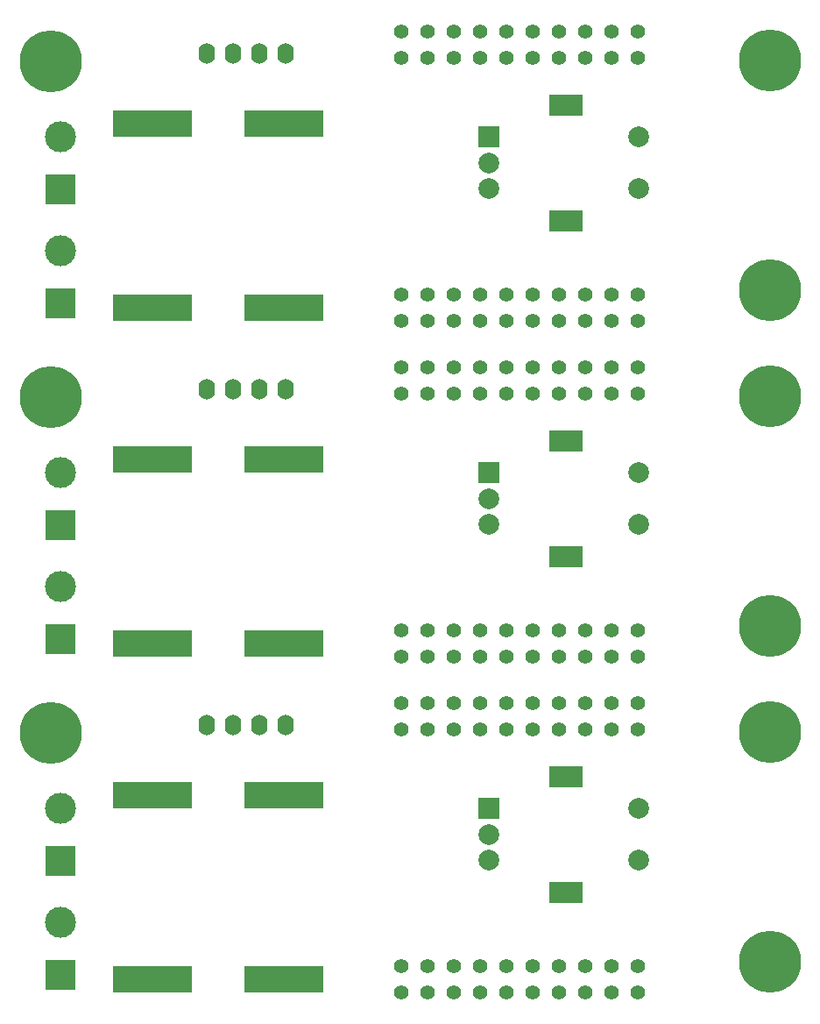
<source format=gbs>
G04 #@! TF.GenerationSoftware,KiCad,Pcbnew,7.0.9-7.0.9~ubuntu22.04.1*
G04 #@! TF.CreationDate,2023-12-17T14:41:55+07:00*
G04 #@! TF.ProjectId,final-production,66696e61-6c2d-4707-926f-64756374696f,rev?*
G04 #@! TF.SameCoordinates,Original*
G04 #@! TF.FileFunction,Soldermask,Bot*
G04 #@! TF.FilePolarity,Negative*
%FSLAX46Y46*%
G04 Gerber Fmt 4.6, Leading zero omitted, Abs format (unit mm)*
G04 Created by KiCad (PCBNEW 7.0.9-7.0.9~ubuntu22.04.1) date 2023-12-17 14:41:55*
%MOMM*%
%LPD*%
G01*
G04 APERTURE LIST*
%ADD10R,2.000000X2.000000*%
%ADD11C,2.000000*%
%ADD12R,3.200000X2.000000*%
%ADD13O,1.600000X2.000000*%
%ADD14C,0.800000*%
%ADD15C,6.000000*%
%ADD16R,3.000000X3.000000*%
%ADD17C,3.000000*%
%ADD18C,1.400000*%
%ADD19R,7.620000X2.540000*%
G04 APERTURE END LIST*
D10*
G04 #@! TO.C,SW1*
X46562402Y-71160000D03*
D11*
X46562402Y-76160000D03*
X46562402Y-73660000D03*
D12*
X54062402Y-68060000D03*
X54062402Y-79260000D03*
D11*
X61062402Y-76160000D03*
X61062402Y-71160000D03*
G04 #@! TD*
D13*
G04 #@! TO.C,M2*
X19308040Y-63071633D03*
X21848040Y-63071633D03*
X24388040Y-63071633D03*
X26928040Y-63071633D03*
G04 #@! TD*
D14*
G04 #@! TO.C,H2*
X71512402Y-96218166D03*
X72171412Y-94627176D03*
X72171412Y-97809156D03*
X73762402Y-93968166D03*
D15*
X73762402Y-96218166D03*
D14*
X73762402Y-98468166D03*
X75353392Y-94627176D03*
X75353392Y-97809156D03*
X76012402Y-96218166D03*
G04 #@! TD*
G04 #@! TO.C,H1*
X1983392Y-96249156D03*
X2642402Y-94658166D03*
X2642402Y-97840146D03*
X4233392Y-93999156D03*
D15*
X4233392Y-96249156D03*
D14*
X4233392Y-98499156D03*
X5824382Y-94658166D03*
X5824382Y-97840146D03*
X6483392Y-96249156D03*
G04 #@! TD*
D10*
G04 #@! TO.C,SW1*
X46562402Y-103588166D03*
D11*
X46562402Y-108588166D03*
X46562402Y-106088166D03*
D12*
X54062402Y-100488166D03*
X54062402Y-111688166D03*
D11*
X61062402Y-108588166D03*
X61062402Y-103588166D03*
G04 #@! TD*
D14*
G04 #@! TO.C,H2*
X71512402Y-31361834D03*
X72171412Y-29770844D03*
X72171412Y-32952824D03*
X73762402Y-29111834D03*
D15*
X73762402Y-31361834D03*
D14*
X73762402Y-33611834D03*
X75353392Y-29770844D03*
X75353392Y-32952824D03*
X76012402Y-31361834D03*
G04 #@! TD*
G04 #@! TO.C,H3*
X71512402Y-85934164D03*
X72171412Y-84343174D03*
X72171412Y-87525154D03*
X73762402Y-83684164D03*
D15*
X73762402Y-85934164D03*
D14*
X73762402Y-88184164D03*
X75353392Y-84343174D03*
X75353392Y-87525154D03*
X76012402Y-85934164D03*
G04 #@! TD*
G04 #@! TO.C,H3*
X71512402Y-53505998D03*
X72171412Y-51915008D03*
X72171412Y-55096988D03*
X73762402Y-51255998D03*
D15*
X73762402Y-53505998D03*
D14*
X73762402Y-55755998D03*
X75353392Y-51915008D03*
X75353392Y-55096988D03*
X76012402Y-53505998D03*
G04 #@! TD*
D13*
G04 #@! TO.C,M2*
X19308040Y-30643467D03*
X21848040Y-30643467D03*
X24388040Y-30643467D03*
X26928040Y-30643467D03*
G04 #@! TD*
D10*
G04 #@! TO.C,SW1*
X46562402Y-38731834D03*
D11*
X46562402Y-43731834D03*
X46562402Y-41231834D03*
D12*
X54062402Y-35631834D03*
X54062402Y-46831834D03*
D11*
X61062402Y-43731834D03*
X61062402Y-38731834D03*
G04 #@! TD*
D13*
G04 #@! TO.C,M2*
X19308040Y-95499799D03*
X21848040Y-95499799D03*
X24388040Y-95499799D03*
X26928040Y-95499799D03*
G04 #@! TD*
D14*
G04 #@! TO.C,H3*
X71512402Y-118362330D03*
X72171412Y-116771340D03*
X72171412Y-119953320D03*
X73762402Y-116112330D03*
D15*
X73762402Y-118362330D03*
D14*
X73762402Y-120612330D03*
X75353392Y-116771340D03*
X75353392Y-119953320D03*
X76012402Y-118362330D03*
G04 #@! TD*
G04 #@! TO.C,H2*
X71512402Y-63790000D03*
X72171412Y-62199010D03*
X72171412Y-65380990D03*
X73762402Y-61540000D03*
D15*
X73762402Y-63790000D03*
D14*
X73762402Y-66040000D03*
X75353392Y-62199010D03*
X75353392Y-65380990D03*
X76012402Y-63790000D03*
G04 #@! TD*
G04 #@! TO.C,H1*
X1983392Y-63820990D03*
X2642402Y-62230000D03*
X2642402Y-65411980D03*
X4233392Y-61570990D03*
D15*
X4233392Y-63820990D03*
D14*
X4233392Y-66070990D03*
X5824382Y-62230000D03*
X5824382Y-65411980D03*
X6483392Y-63820990D03*
G04 #@! TD*
G04 #@! TO.C,H1*
X1983392Y-31392824D03*
X2642402Y-29801834D03*
X2642402Y-32983814D03*
X4233392Y-29142824D03*
D15*
X4233392Y-31392824D03*
D14*
X4233392Y-33642824D03*
X5824382Y-29801834D03*
X5824382Y-32983814D03*
X6483392Y-31392824D03*
G04 #@! TD*
D16*
G04 #@! TO.C,J1*
X5182402Y-108628166D03*
D17*
X5182402Y-103548166D03*
G04 #@! TD*
D16*
G04 #@! TO.C,J1*
X5182402Y-43771834D03*
D17*
X5182402Y-38691834D03*
G04 #@! TD*
D18*
G04 #@! TO.C,U1*
X60960000Y-56471834D03*
X60960000Y-53931834D03*
X58420000Y-56471834D03*
X58420000Y-53931834D03*
X55880000Y-56471834D03*
X55880000Y-53931834D03*
X53340000Y-56471834D03*
X53340000Y-53931834D03*
X50800000Y-56471834D03*
X50800000Y-53931834D03*
X48260000Y-56471834D03*
X48260000Y-53931834D03*
X45720000Y-56471834D03*
X45720000Y-53931834D03*
X43180000Y-56471834D03*
X43180000Y-53931834D03*
X40640000Y-56471834D03*
X40640000Y-53931834D03*
X38100000Y-56471834D03*
X38100000Y-53931834D03*
X60960000Y-31071834D03*
X60960000Y-28531834D03*
X58420000Y-31071834D03*
X58420000Y-28531834D03*
X55880000Y-31071834D03*
X55880000Y-28531834D03*
X53340000Y-31071834D03*
X53340000Y-28531834D03*
X50800000Y-31071834D03*
X50800000Y-28531834D03*
X48260000Y-31071834D03*
X48260000Y-28531834D03*
X45720000Y-31071834D03*
X45720000Y-28531834D03*
X43180000Y-31071834D03*
X43180000Y-28531834D03*
X40640000Y-31071834D03*
X40640000Y-28531834D03*
X38100000Y-31071834D03*
X38100000Y-28531834D03*
G04 #@! TD*
D19*
G04 #@! TO.C,M1*
X14072402Y-120058166D03*
X26772402Y-120058166D03*
X14072402Y-102278166D03*
X26772402Y-102278166D03*
G04 #@! TD*
D16*
G04 #@! TO.C,J6*
X5182402Y-54784568D03*
D17*
X5182402Y-49704568D03*
G04 #@! TD*
D18*
G04 #@! TO.C,U1*
X60960000Y-88900000D03*
X60960000Y-86360000D03*
X58420000Y-88900000D03*
X58420000Y-86360000D03*
X55880000Y-88900000D03*
X55880000Y-86360000D03*
X53340000Y-88900000D03*
X53340000Y-86360000D03*
X50800000Y-88900000D03*
X50800000Y-86360000D03*
X48260000Y-88900000D03*
X48260000Y-86360000D03*
X45720000Y-88900000D03*
X45720000Y-86360000D03*
X43180000Y-88900000D03*
X43180000Y-86360000D03*
X40640000Y-88900000D03*
X40640000Y-86360000D03*
X38100000Y-88900000D03*
X38100000Y-86360000D03*
X60960000Y-63500000D03*
X60960000Y-60960000D03*
X58420000Y-63500000D03*
X58420000Y-60960000D03*
X55880000Y-63500000D03*
X55880000Y-60960000D03*
X53340000Y-63500000D03*
X53340000Y-60960000D03*
X50800000Y-63500000D03*
X50800000Y-60960000D03*
X48260000Y-63500000D03*
X48260000Y-60960000D03*
X45720000Y-63500000D03*
X45720000Y-60960000D03*
X43180000Y-63500000D03*
X43180000Y-60960000D03*
X40640000Y-63500000D03*
X40640000Y-60960000D03*
X38100000Y-63500000D03*
X38100000Y-60960000D03*
G04 #@! TD*
D19*
G04 #@! TO.C,M1*
X14072402Y-87630000D03*
X26772402Y-87630000D03*
X14072402Y-69850000D03*
X26772402Y-69850000D03*
G04 #@! TD*
D16*
G04 #@! TO.C,J6*
X5182402Y-119640900D03*
D17*
X5182402Y-114560900D03*
G04 #@! TD*
D16*
G04 #@! TO.C,J1*
X5182402Y-76200000D03*
D17*
X5182402Y-71120000D03*
G04 #@! TD*
D16*
G04 #@! TO.C,J6*
X5182402Y-87212734D03*
D17*
X5182402Y-82132734D03*
G04 #@! TD*
D19*
G04 #@! TO.C,M1*
X14072402Y-55201834D03*
X26772402Y-55201834D03*
X14072402Y-37421834D03*
X26772402Y-37421834D03*
G04 #@! TD*
D18*
G04 #@! TO.C,U1*
X60960000Y-121328166D03*
X60960000Y-118788166D03*
X58420000Y-121328166D03*
X58420000Y-118788166D03*
X55880000Y-121328166D03*
X55880000Y-118788166D03*
X53340000Y-121328166D03*
X53340000Y-118788166D03*
X50800000Y-121328166D03*
X50800000Y-118788166D03*
X48260000Y-121328166D03*
X48260000Y-118788166D03*
X45720000Y-121328166D03*
X45720000Y-118788166D03*
X43180000Y-121328166D03*
X43180000Y-118788166D03*
X40640000Y-121328166D03*
X40640000Y-118788166D03*
X38100000Y-121328166D03*
X38100000Y-118788166D03*
X60960000Y-95928166D03*
X60960000Y-93388166D03*
X58420000Y-95928166D03*
X58420000Y-93388166D03*
X55880000Y-95928166D03*
X55880000Y-93388166D03*
X53340000Y-95928166D03*
X53340000Y-93388166D03*
X50800000Y-95928166D03*
X50800000Y-93388166D03*
X48260000Y-95928166D03*
X48260000Y-93388166D03*
X45720000Y-95928166D03*
X45720000Y-93388166D03*
X43180000Y-95928166D03*
X43180000Y-93388166D03*
X40640000Y-95928166D03*
X40640000Y-93388166D03*
X38100000Y-95928166D03*
X38100000Y-93388166D03*
G04 #@! TD*
M02*

</source>
